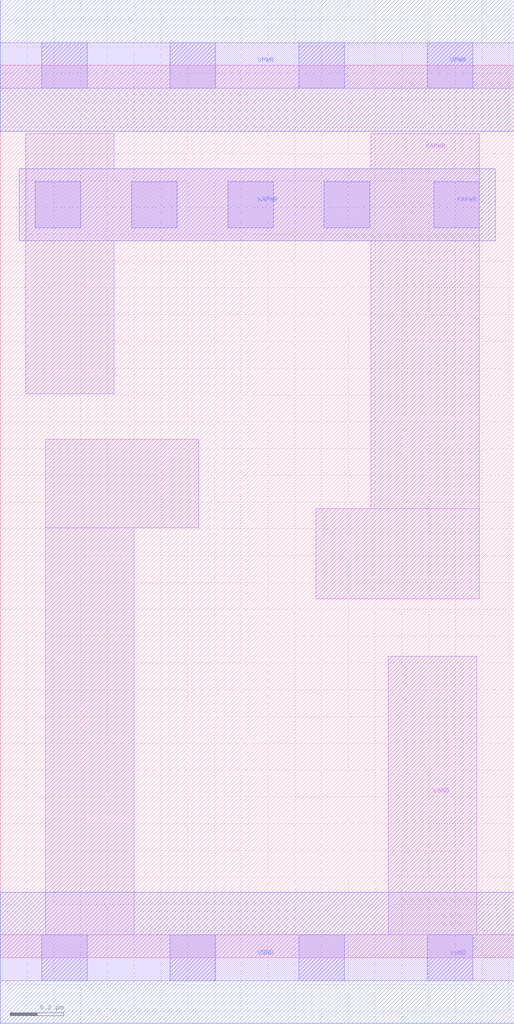
<source format=lef>
# Copyright 2020 The SkyWater PDK Authors
#
# Licensed under the Apache License, Version 2.0 (the "License");
# you may not use this file except in compliance with the License.
# You may obtain a copy of the License at
#
#     https://www.apache.org/licenses/LICENSE-2.0
#
# Unless required by applicable law or agreed to in writing, software
# distributed under the License is distributed on an "AS IS" BASIS,
# WITHOUT WARRANTIES OR CONDITIONS OF ANY KIND, either express or implied.
# See the License for the specific language governing permissions and
# limitations under the License.
#
# SPDX-License-Identifier: Apache-2.0

VERSION 5.7 ;
  NAMESCASESENSITIVE ON ;
  NOWIREEXTENSIONATPIN ON ;
  DIVIDERCHAR "/" ;
  BUSBITCHARS "[]" ;
UNITS
  DATABASE MICRONS 200 ;
END UNITS
MACRO sky130_fd_sc_lp__decapkapwr_4
  CLASS CORE SPACER ;
  SOURCE USER ;
  FOREIGN sky130_fd_sc_lp__decapkapwr_4 ;
  ORIGIN  0.000000  0.000000 ;
  SIZE  1.920000 BY  3.330000 ;
  SYMMETRY X Y R90 ;
  SITE unit ;
  PIN KAPWR
    DIRECTION INOUT ;
    USE POWER ;
    PORT
      LAYER li1 ;
        RECT 0.095000 2.105000 0.425000 2.675000 ;
        RECT 0.095000 2.675000 1.790000 2.945000 ;
        RECT 0.095000 2.945000 0.425000 3.075000 ;
        RECT 1.180000 1.340000 1.790000 1.675000 ;
        RECT 1.385000 1.675000 1.790000 2.675000 ;
        RECT 1.385000 2.945000 1.790000 3.075000 ;
      LAYER mcon ;
        RECT 0.130000 2.725000 0.300000 2.895000 ;
        RECT 0.490000 2.725000 0.660000 2.895000 ;
        RECT 0.850000 2.725000 1.020000 2.895000 ;
        RECT 1.210000 2.725000 1.380000 2.895000 ;
        RECT 1.620000 2.725000 1.790000 2.895000 ;
      LAYER met1 ;
        RECT 0.070000 2.675000 1.850000 2.945000 ;
    END
  END KAPWR
  PIN VGND
    DIRECTION INOUT ;
    USE GROUND ;
    PORT
      LAYER li1 ;
        RECT 0.000000 -0.085000 1.920000 0.085000 ;
        RECT 0.170000  0.085000 0.500000 1.605000 ;
        RECT 0.170000  1.605000 0.740000 1.935000 ;
        RECT 1.450000  0.085000 1.780000 1.125000 ;
      LAYER mcon ;
        RECT 0.155000 -0.085000 0.325000 0.085000 ;
        RECT 0.635000 -0.085000 0.805000 0.085000 ;
        RECT 1.115000 -0.085000 1.285000 0.085000 ;
        RECT 1.595000 -0.085000 1.765000 0.085000 ;
      LAYER met1 ;
        RECT 0.000000 -0.245000 1.920000 0.245000 ;
    END
  END VGND
  PIN VPWR
    DIRECTION INOUT ;
    USE POWER ;
    PORT
      LAYER li1 ;
        RECT 0.000000 3.245000 1.920000 3.415000 ;
      LAYER mcon ;
        RECT 0.155000 3.245000 0.325000 3.415000 ;
        RECT 0.635000 3.245000 0.805000 3.415000 ;
        RECT 1.115000 3.245000 1.285000 3.415000 ;
        RECT 1.595000 3.245000 1.765000 3.415000 ;
      LAYER met1 ;
        RECT 0.000000 3.085000 1.920000 3.575000 ;
    END
  END VPWR
END sky130_fd_sc_lp__decapkapwr_4

</source>
